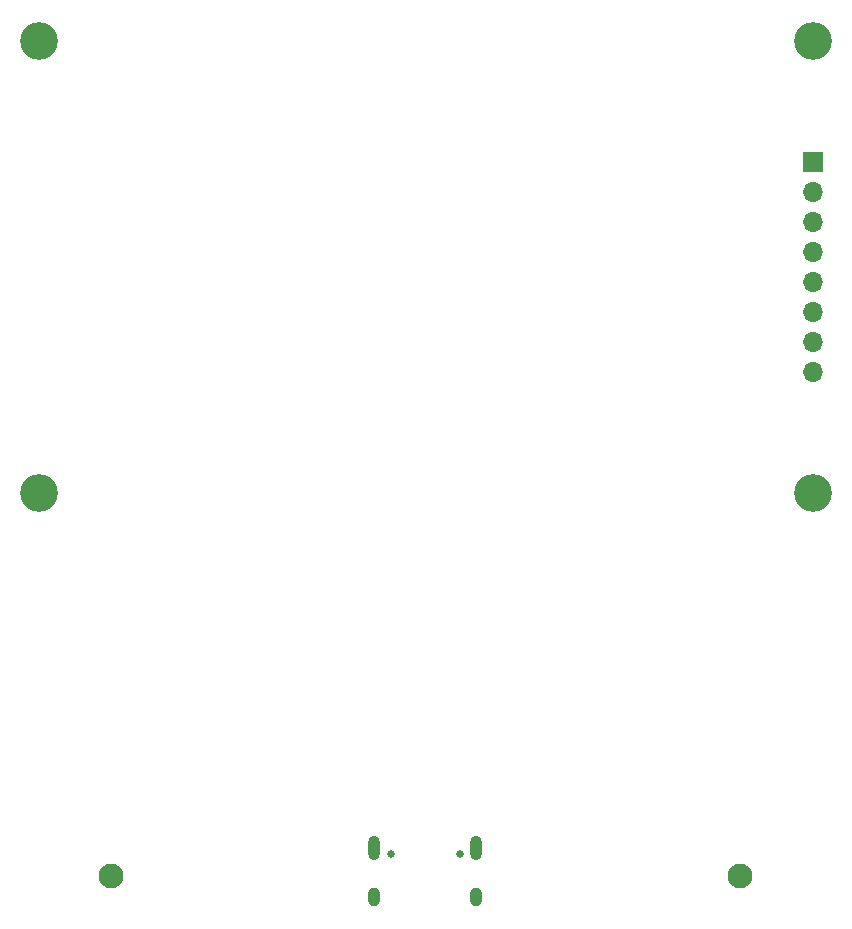
<source format=gbs>
G04 #@! TF.GenerationSoftware,KiCad,Pcbnew,(7.0.0-0)*
G04 #@! TF.CreationDate,2023-05-01T17:43:03-06:00*
G04 #@! TF.ProjectId,EV6 Board Design,45563620-426f-4617-9264-204465736967,rev?*
G04 #@! TF.SameCoordinates,Original*
G04 #@! TF.FileFunction,Soldermask,Bot*
G04 #@! TF.FilePolarity,Negative*
%FSLAX46Y46*%
G04 Gerber Fmt 4.6, Leading zero omitted, Abs format (unit mm)*
G04 Created by KiCad (PCBNEW (7.0.0-0)) date 2023-05-01 17:43:03*
%MOMM*%
%LPD*%
G01*
G04 APERTURE LIST*
%ADD10C,3.200000*%
%ADD11C,2.100000*%
%ADD12R,1.700000X1.700000*%
%ADD13O,1.700000X1.700000*%
%ADD14C,0.650000*%
%ADD15O,1.000000X2.100000*%
%ADD16O,1.000000X1.600000*%
G04 APERTURE END LIST*
D10*
X117587500Y-107925000D03*
X117587500Y-69625000D03*
D11*
X176937500Y-140345000D03*
D12*
X183087499Y-79884999D03*
D13*
X183087499Y-82424999D03*
X183087499Y-84964999D03*
X183087499Y-87504999D03*
X183087499Y-90044999D03*
X183087499Y-92584999D03*
X183087499Y-95124999D03*
X183087499Y-97664999D03*
D10*
X183087500Y-107925000D03*
X183087500Y-69625000D03*
D11*
X123637500Y-140345000D03*
D14*
X147397500Y-138525000D03*
X153177500Y-138525000D03*
D15*
X145967499Y-137994999D03*
D16*
X145967499Y-142174999D03*
D15*
X154607499Y-137994999D03*
D16*
X154607499Y-142174999D03*
M02*

</source>
